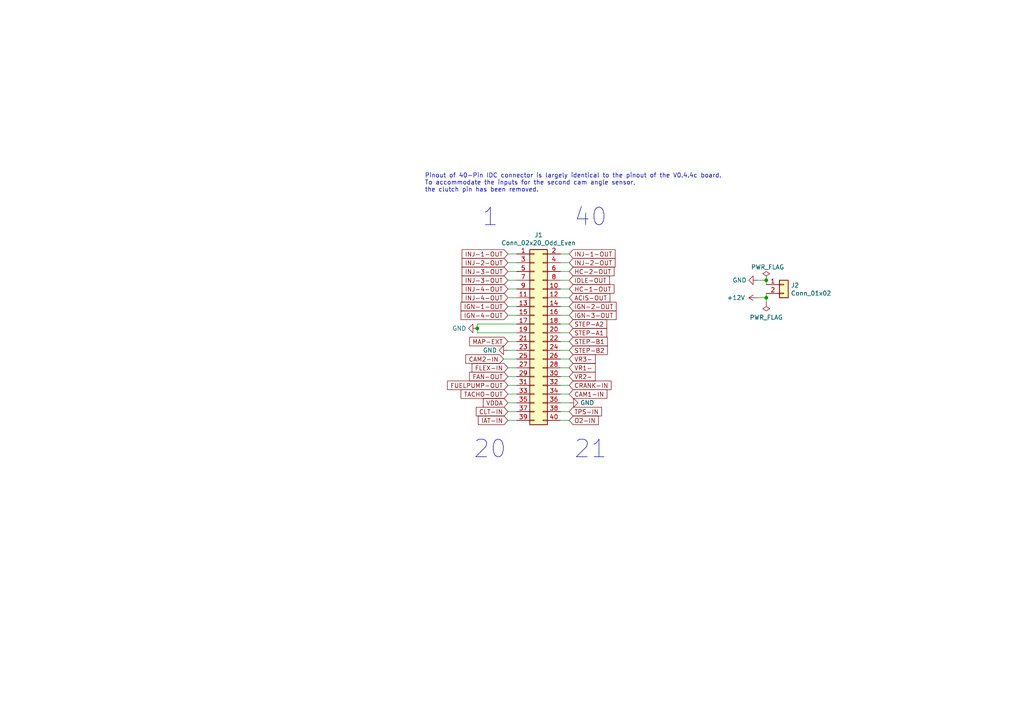
<source format=kicad_sch>
(kicad_sch (version 20211123) (generator eeschema)
  (paper "A4")
  (title_block (title "Speeduino board for Teensy 4.1") (date "2023-01-07") (rev "6") (company "Fontys Eindhoven EXPO group 13 || Speeduino") (comment 1 "Adapted from Speeduino V0.4.4c board"))
  (lib_symbols
    (symbol "Connector_Generic:Conn_01x02" (pin_names (offset 1.016) hide)
      (property "Reference" "J" (at 0 2.54 0))
      (property "Value" "Conn_01x02" (at 0 -5.08 0))
      (symbol "Conn_01x02_1_1"
        (rectangle (start -1.27 -2.413) (end 0 -2.667) (stroke (width 0.1524)))
        (rectangle (start -1.27 0.127) (end 0 -0.127) (stroke (width 0.1524)))
        (rectangle (start -1.27 1.27) (end 1.27 -3.81) (stroke (width 0.254)) (fill (type background)))
        (pin passive line (at -5.08 0 0) (length 3.81) (name "Pin_1") (number "1"))
        (pin passive line (at -5.08 -2.54 0) (length 3.81) (name "Pin_2") (number "2"))
      )
    )
    (symbol "Connector_Generic:Conn_02x20_Odd_Even" (pin_names (offset 1.016) hide)
      (property "Reference" "J" (at 1.27 25.4 0))
      (property "Value" "Conn_02x20_Odd_Even" (at 1.27 -27.94 0))
      (symbol "Conn_02x20_Odd_Even_1_1"
        (rectangle (start -1.27 -25.273) (end 0 -25.527) (stroke (width 0.1524)))
        (rectangle (start -1.27 -22.733) (end 0 -22.987) (stroke (width 0.1524)))
        (rectangle (start -1.27 -20.193) (end 0 -20.447) (stroke (width 0.1524)))
        (rectangle (start -1.27 -17.653) (end 0 -17.907) (stroke (width 0.1524)))
        (rectangle (start -1.27 -15.113) (end 0 -15.367) (stroke (width 0.1524)))
        (rectangle (start -1.27 -12.573) (end 0 -12.827) (stroke (width 0.1524)))
        (rectangle (start -1.27 -10.033) (end 0 -10.287) (stroke (width 0.1524)))
        (rectangle (start -1.27 -7.493) (end 0 -7.747) (stroke (width 0.1524)))
        (rectangle (start -1.27 -4.953) (end 0 -5.207) (stroke (width 0.1524)))
        (rectangle (start -1.27 -2.413) (end 0 -2.667) (stroke (width 0.1524)))
        (rectangle (start -1.27 0.127) (end 0 -0.127) (stroke (width 0.1524)))
        (rectangle (start -1.27 2.667) (end 0 2.413) (stroke (width 0.1524)))
        (rectangle (start -1.27 5.207) (end 0 4.953) (stroke (width 0.1524)))
        (rectangle (start -1.27 7.747) (end 0 7.493) (stroke (width 0.1524)))
        (rectangle (start -1.27 10.287) (end 0 10.033) (stroke (width 0.1524)))
        (rectangle (start -1.27 12.827) (end 0 12.573) (stroke (width 0.1524)))
        (rectangle (start -1.27 15.367) (end 0 15.113) (stroke (width 0.1524)))
        (rectangle (start -1.27 17.907) (end 0 17.653) (stroke (width 0.1524)))
        (rectangle (start -1.27 20.447) (end 0 20.193) (stroke (width 0.1524)))
        (rectangle (start -1.27 22.987) (end 0 22.733) (stroke (width 0.1524)))
        (rectangle (start -1.27 24.13) (end 3.81 -26.67) (stroke (width 0.254)) (fill (type background)))
        (rectangle (start 3.81 -25.273) (end 2.54 -25.527) (stroke (width 0.1524)))
        (rectangle (start 3.81 -22.733) (end 2.54 -22.987) (stroke (width 0.1524)))
        (rectangle (start 3.81 -20.193) (end 2.54 -20.447) (stroke (width 0.1524)))
        (rectangle (start 3.81 -17.653) (end 2.54 -17.907) (stroke (width 0.1524)))
        (rectangle (start 3.81 -15.113) (end 2.54 -15.367) (stroke (width 0.1524)))
        (rectangle (start 3.81 -12.573) (end 2.54 -12.827) (stroke (width 0.1524)))
        (rectangle (start 3.81 -10.033) (end 2.54 -10.287) (stroke (width 0.1524)))
        (rectangle (start 3.81 -7.493) (end 2.54 -7.747) (stroke (width 0.1524)))
        (rectangle (start 3.81 -4.953) (end 2.54 -5.207) (stroke (width 0.1524)))
        (rectangle (start 3.81 -2.413) (end 2.54 -2.667) (stroke (width 0.1524)))
        (rectangle (start 3.81 0.127) (end 2.54 -0.127) (stroke (width 0.1524)))
        (rectangle (start 3.81 2.667) (end 2.54 2.413) (stroke (width 0.1524)))
        (rectangle (start 3.81 5.207) (end 2.54 4.953) (stroke (width 0.1524)))
        (rectangle (start 3.81 7.747) (end 2.54 7.493) (stroke (width 0.1524)))
        (rectangle (start 3.81 10.287) (end 2.54 10.033) (stroke (width 0.1524)))
        (rectangle (start 3.81 12.827) (end 2.54 12.573) (stroke (width 0.1524)))
        (rectangle (start 3.81 15.367) (end 2.54 15.113) (stroke (width 0.1524)))
        (rectangle (start 3.81 17.907) (end 2.54 17.653) (stroke (width 0.1524)))
        (rectangle (start 3.81 20.447) (end 2.54 20.193) (stroke (width 0.1524)))
        (rectangle (start 3.81 22.987) (end 2.54 22.733) (stroke (width 0.1524)))
        (pin passive line (at -5.08 22.86 0) (length 3.81) (name "Pin_1") (number "1"))
        (pin passive line (at 7.62 12.7 180) (length 3.81) (name "Pin_10") (number "10"))
        (pin passive line (at -5.08 10.16 0) (length 3.81) (name "Pin_11") (number "11"))
        (pin passive line (at 7.62 10.16 180) (length 3.81) (name "Pin_12") (number "12"))
        (pin passive line (at -5.08 7.62 0) (length 3.81) (name "Pin_13") (number "13"))
        (pin passive line (at 7.62 7.62 180) (length 3.81) (name "Pin_14") (number "14"))
        (pin passive line (at -5.08 5.08 0) (length 3.81) (name "Pin_15") (number "15"))
        (pin passive line (at 7.62 5.08 180) (length 3.81) (name "Pin_16") (number "16"))
        (pin passive line (at -5.08 2.54 0) (length 3.81) (name "Pin_17") (number "17"))
        (pin passive line (at 7.62 2.54 180) (length 3.81) (name "Pin_18") (number "18"))
        (pin passive line (at -5.08 0 0) (length 3.81) (name "Pin_19") (number "19"))
        (pin passive line (at 7.62 22.86 180) (length 3.81) (name "Pin_2") (number "2"))
        (pin passive line (at 7.62 0 180) (length 3.81) (name "Pin_20") (number "20"))
        (pin passive line (at -5.08 -2.54 0) (length 3.81) (name "Pin_21") (number "21"))
        (pin passive line (at 7.62 -2.54 180) (length 3.81) (name "Pin_22") (number "22"))
        (pin passive line (at -5.08 -5.08 0) (length 3.81) (name "Pin_23") (number "23"))
        (pin passive line (at 7.62 -5.08 180) (length 3.81) (name "Pin_24") (number "24"))
        (pin passive line (at -5.08 -7.62 0) (length 3.81) (name "Pin_25") (number "25"))
        (pin passive line (at 7.62 -7.62 180) (length 3.81) (name "Pin_26") (number "26"))
        (pin passive line (at -5.08 -10.16 0) (length 3.81) (name "Pin_27") (number "27"))
        (pin passive line (at 7.62 -10.16 180) (length 3.81) (name "Pin_28") (number "28"))
        (pin passive line (at -5.08 -12.7 0) (length 3.81) (name "Pin_29") (number "29"))
        (pin passive line (at -5.08 20.32 0) (length 3.81) (name "Pin_3") (number "3"))
        (pin passive line (at 7.62 -12.7 180) (length 3.81) (name "Pin_30") (number "30"))
        (pin passive line (at -5.08 -15.24 0) (length 3.81) (name "Pin_31") (number "31"))
        (pin passive line (at 7.62 -15.24 180) (length 3.81) (name "Pin_32") (number "32"))
        (pin passive line (at -5.08 -17.78 0) (length 3.81) (name "Pin_33") (number "33"))
        (pin passive line (at 7.62 -17.78 180) (length 3.81) (name "Pin_34") (number "34"))
        (pin passive line (at -5.08 -20.32 0) (length 3.81) (name "Pin_35") (number "35"))
        (pin passive line (at 7.62 -20.32 180) (length 3.81) (name "Pin_36") (number "36"))
        (pin passive line (at -5.08 -22.86 0) (length 3.81) (name "Pin_37") (number "37"))
        (pin passive line (at 7.62 -22.86 180) (length 3.81) (name "Pin_38") (number "38"))
        (pin passive line (at -5.08 -25.4 0) (length 3.81) (name "Pin_39") (number "39"))
        (pin passive line (at 7.62 20.32 180) (length 3.81) (name "Pin_4") (number "4"))
        (pin passive line (at 7.62 -25.4 180) (length 3.81) (name "Pin_40") (number "40"))
        (pin passive line (at -5.08 17.78 0) (length 3.81) (name "Pin_5") (number "5"))
        (pin passive line (at 7.62 17.78 180) (length 3.81) (name "Pin_6") (number "6"))
        (pin passive line (at -5.08 15.24 0) (length 3.81) (name "Pin_7") (number "7"))
        (pin passive line (at 7.62 15.24 180) (length 3.81) (name "Pin_8") (number "8"))
        (pin passive line (at -5.08 12.7 0) (length 3.81) (name "Pin_9") (number "9"))
      )
    )
    (symbol "power:+12V" (power) (pin_names (offset 0))
      (property "Value" "+12V" (at 0 3.556 0))
      (symbol "+12V_0_1"
        (polyline (pts (xy -0.762 1.27) (xy 0 2.54)))
        (polyline (pts (xy 0 0) (xy 0 2.54)))
        (polyline (pts (xy 0 2.54) (xy 0.762 1.27)))
      )
      (symbol "+12V_1_1"
        (pin power_in line (at 0 0 90) (length 0) hide (name "+12V") (number "1"))
      )
    )
    (symbol "power:GND" (power) (pin_names (offset 0))
      (property "Value" "GND" (at 0 -3.81 0))
      (symbol "GND_0_1"
        (polyline (pts (xy 0 0) (xy 0 -1.27) (xy 1.27 -1.27) (xy 0 -2.54) (xy -1.27 -1.27) (xy 0 -1.27)))
      )
      (symbol "GND_1_1"
        (pin power_in line (at 0 0 270) (length 0) hide (name "GND") (number "1"))
      )
    )
    (symbol "power:PWR_FLAG" (power) (pin_numbers hide) (pin_names (offset 0) hide)
      (property "Value" "PWR_FLAG" (at 0 3.81 0))
      (symbol "PWR_FLAG_0_0"
        (pin power_out line (at 0 0 90) (length 0) (name "pwr") (number "1"))
      )
      (symbol "PWR_FLAG_0_1"
        (polyline (pts (xy 0 0) (xy 0 1.27) (xy -1.016 1.905) (xy 0 2.54) (xy 1.016 1.905) (xy 0 1.27)))
      )
    )
  )
  (junction (at 222.25 81.28))
  (junction (at 138.43 95.25))
  (junction (at 222.25 86.36))
  (wire (pts (xy 165.1 88.9) (xy 162.56 88.9)))
  (wire (pts (xy 147.32 73.66) (xy 149.86 73.66)))
  (wire (pts (xy 162.56 106.68) (xy 165.1 106.68)))
  (wire (pts (xy 147.32 106.68) (xy 149.86 106.68)))
  (wire (pts (xy 147.32 111.76) (xy 149.86 111.76)))
  (wire (pts (xy 165.1 76.2) (xy 162.56 76.2)))
  (wire (pts (xy 222.25 86.36) (xy 222.25 87.63)))
  (wire (pts (xy 165.1 109.22) (xy 162.56 109.22)))
  (wire (pts (xy 219.71 86.36) (xy 222.25 86.36)))
  (wire (pts (xy 165.1 114.3) (xy 162.56 114.3)))
  (wire (pts (xy 138.43 93.98) (xy 138.43 95.25)))
  (wire (pts (xy 147.32 114.3) (xy 149.86 114.3)))
  (wire (pts (xy 147.32 121.92) (xy 149.86 121.92)))
  (wire (pts (xy 162.56 101.6) (xy 165.1 101.6)))
  (wire (pts (xy 222.25 86.36) (xy 222.25 85.09)))
  (wire (pts (xy 222.25 81.28) (xy 222.25 82.55)))
  (wire (pts (xy 162.56 116.84) (xy 165.1 116.84)))
  (wire (pts (xy 147.32 88.9) (xy 149.86 88.9)))
  (wire (pts (xy 146.05 104.14) (xy 149.86 104.14)))
  (wire (pts (xy 147.32 116.84) (xy 149.86 116.84)))
  (wire (pts (xy 162.56 81.28) (xy 165.1 81.28)))
  (wire (pts (xy 165.1 104.14) (xy 162.56 104.14)))
  (wire (pts (xy 219.71 81.28) (xy 222.25 81.28)))
  (wire (pts (xy 165.1 99.06) (xy 162.56 99.06)))
  (wire (pts (xy 149.86 86.36) (xy 147.32 86.36)))
  (wire (pts (xy 165.1 93.98) (xy 162.56 93.98)))
  (wire (pts (xy 147.32 99.06) (xy 149.86 99.06)))
  (wire (pts (xy 138.43 95.25) (xy 138.43 96.52)))
  (wire (pts (xy 149.86 93.98) (xy 138.43 93.98)))
  (wire (pts (xy 147.32 109.22) (xy 149.86 109.22)))
  (wire (pts (xy 149.86 76.2) (xy 147.32 76.2)))
  (wire (pts (xy 162.56 78.74) (xy 165.1 78.74)))
  (wire (pts (xy 147.32 83.82) (xy 149.86 83.82)))
  (wire (pts (xy 147.32 101.6) (xy 149.86 101.6)))
  (wire (pts (xy 162.56 121.92) (xy 165.1 121.92)))
  (wire (pts (xy 149.86 91.44) (xy 147.32 91.44)))
  (wire (pts (xy 162.56 91.44) (xy 165.1 91.44)))
  (wire (pts (xy 165.1 86.36) (xy 162.56 86.36)))
  (wire (pts (xy 149.86 96.52) (xy 138.43 96.52)))
  (wire (pts (xy 149.86 81.28) (xy 147.32 81.28)))
  (wire (pts (xy 165.1 83.82) (xy 162.56 83.82)))
  (wire (pts (xy 147.32 78.74) (xy 149.86 78.74)))
  (wire (pts (xy 162.56 96.52) (xy 165.1 96.52)))
  (wire (pts (xy 149.86 119.38) (xy 147.32 119.38)))
  (wire (pts (xy 162.56 111.76) (xy 165.1 111.76)))
  (wire (pts (xy 162.56 73.66) (xy 165.1 73.66)))
  (wire (pts (xy 165.1 119.38) (xy 162.56 119.38)))
  (text "20" (at 137.16 133.35 0) (effects (font (size 5.08 5.08)) (justify left bottom)))
  (text "40" (at 166.37 66.04 0) (effects (font (size 5.08 5.08)) (justify left bottom)))
  (text "1" (at 139.7 66.04 0) (effects (font (size 5.08 5.08)) (justify left bottom)))
  (text "21" (at 166.37 133.35 0) (effects (font (size 5.08 5.08)) (justify left bottom)))
  (text "Pinout of 40-Pin IDC connector is largely identical to the pinout of the V0.4.4c board.\nTo accommodate the inputs for the second cam angle sensor,\nthe clutch pin has been removed." (at 123.19 55.88 0) (effects (font (size 1.27 1.27)) (justify left bottom)))
  (global_label "O2-IN" (shape input) (at 165.1 121.92 0) (property "Intersheet References" "${INTERSHEET_REFS}" (effects hide)))
  (global_label "INJ-3-OUT" (shape input) (at 147.32 81.28 180) (property "Intersheet References" "${INTERSHEET_REFS}" (effects hide)))
  (global_label "CAM2-IN" (shape input) (at 146.05 104.14 180) (property "Intersheet References" "${INTERSHEET_REFS}" (effects hide)))
  (global_label "INJ-3-OUT" (shape input) (at 147.32 78.74 180) (property "Intersheet References" "${INTERSHEET_REFS}" (effects hide)))
  (global_label "IGN-3-OUT" (shape input) (at 165.1 91.44 0) (property "Intersheet References" "${INTERSHEET_REFS}" (effects hide)))
  (global_label "CAM1-IN" (shape input) (at 165.1 114.3 0) (property "Intersheet References" "${INTERSHEET_REFS}" (effects hide)))
  (global_label "IGN-1-OUT" (shape input) (at 147.32 88.9 180) (property "Intersheet References" "${INTERSHEET_REFS}" (effects hide)))
  (global_label "IGN-4-OUT" (shape input) (at 147.32 91.44 180) (property "Intersheet References" "${INTERSHEET_REFS}" (effects hide)))
  (global_label "CRANK-IN" (shape input) (at 165.1 111.76 0) (property "Intersheet References" "${INTERSHEET_REFS}" (effects hide)))
  (global_label "INJ-1-OUT" (shape input) (at 147.32 73.66 180) (property "Intersheet References" "${INTERSHEET_REFS}" (effects hide)))
  (global_label "IAT-IN" (shape input) (at 147.32 121.92 180) (property "Intersheet References" "${INTERSHEET_REFS}" (effects hide)))
  (global_label "STEP-A1" (shape input) (at 165.1 96.52 0) (property "Intersheet References" "${INTERSHEET_REFS}" (effects hide)))
  (global_label "MAP-EXT" (shape input) (at 147.32 99.06 180) (property "Intersheet References" "${INTERSHEET_REFS}" (effects hide)))
  (global_label "INJ-2-OUT" (shape input) (at 165.1 76.2 0) (property "Intersheet References" "${INTERSHEET_REFS}" (effects hide)))
  (global_label "VR2-" (shape input) (at 165.1 109.22 0) (property "Intersheet References" "${INTERSHEET_REFS}" (effects hide)))
  (global_label "VDDA" (shape input) (at 147.32 116.84 180) (property "Intersheet References" "${INTERSHEET_REFS}" (effects hide)))
  (global_label "INJ-4-OUT" (shape input) (at 147.32 83.82 180) (property "Intersheet References" "${INTERSHEET_REFS}" (effects hide)))
  (global_label "IGN-2-OUT" (shape input) (at 165.1 88.9 0) (property "Intersheet References" "${INTERSHEET_REFS}" (effects hide)))
  (global_label "HC-2-OUT" (shape input) (at 165.1 78.74 0) (property "Intersheet References" "${INTERSHEET_REFS}" (effects hide)))
  (global_label "STEP-B1" (shape input) (at 165.1 99.06 0) (property "Intersheet References" "${INTERSHEET_REFS}" (effects hide)))
  (global_label "STEP-A2" (shape input) (at 165.1 93.98 0) (property "Intersheet References" "${INTERSHEET_REFS}" (effects hide)))
  (global_label "HC-1-OUT" (shape input) (at 165.1 83.82 0) (property "Intersheet References" "${INTERSHEET_REFS}" (effects hide)))
  (global_label "INJ-4-OUT" (shape input) (at 147.32 86.36 180) (property "Intersheet References" "${INTERSHEET_REFS}" (effects hide)))
  (global_label "TPS-IN" (shape input) (at 165.1 119.38 0) (property "Intersheet References" "${INTERSHEET_REFS}" (effects hide)))
  (global_label "STEP-B2" (shape input) (at 165.1 101.6 0) (property "Intersheet References" "${INTERSHEET_REFS}" (effects hide)))
  (global_label "TACHO-OUT" (shape input) (at 147.32 114.3 180) (property "Intersheet References" "${INTERSHEET_REFS}" (effects hide)))
  (global_label "IDLE-OUT" (shape input) (at 165.1 81.28 0) (property "Intersheet References" "${INTERSHEET_REFS}" (effects hide)))
  (global_label "ACIS-OUT" (shape input) (at 165.1 86.36 0) (property "Intersheet References" "${INTERSHEET_REFS}" (effects hide)))
  (global_label "INJ-1-OUT" (shape input) (at 165.1 73.66 0) (property "Intersheet References" "${INTERSHEET_REFS}" (effects hide)))
  (global_label "VR1-" (shape input) (at 165.1 106.68 0) (property "Intersheet References" "${INTERSHEET_REFS}" (effects hide)))
  (global_label "FLEX-IN" (shape input) (at 147.32 106.68 180) (property "Intersheet References" "${INTERSHEET_REFS}" (effects hide)))
  (global_label "VR3-" (shape input) (at 165.1 104.14 0) (property "Intersheet References" "${INTERSHEET_REFS}" (effects hide)))
  (global_label "FUELPUMP-OUT" (shape input) (at 147.32 111.76 180) (property "Intersheet References" "${INTERSHEET_REFS}" (effects hide)))
  (global_label "INJ-2-OUT" (shape input) (at 147.32 76.2 180) (property "Intersheet References" "${INTERSHEET_REFS}" (effects hide)))
  (global_label "CLT-IN" (shape input) (at 147.32 119.38 180) (property "Intersheet References" "${INTERSHEET_REFS}" (effects hide)))
  (global_label "FAN-OUT" (shape input) (at 147.32 109.22 180) (property "Intersheet References" "${INTERSHEET_REFS}" (effects hide)))
  (symbol (lib_id "Connector_Generic:Conn_02x20_Odd_Even") (at 154.94 96.52 0) (unit 1)
    (property "Reference" "J1" (at 156.21 68.1482 0))
    (property "Value" "Conn_02x20_Odd_Even" (at 156.21 70.4596 0))
    (property "Footprint" "Connector_IDC:IDC-Header_2x20_P2.54mm_Vertical" (effects hide))
  )
  (symbol (lib_id "Connector_Generic:Conn_01x02") (at 227.33 82.55 0) (unit 1)
    (property "Reference" "J2" (at 229.362 82.7532 0) (effects (justify left)))
    (property "Value" "Conn_01x02" (at 229.362 85.0646 0) (effects (justify left)))
    (property "Footprint" "TerminalBlock_Phoenix:TerminalBlock_Phoenix_MKDS-1,5-2-5.08_1x02_P5.08mm_Horizontal" (effects hide))
    (property "Manufacturer_Name" "Weidmüller" (effects hide))
    (property "Manufacturer_Part_Number" "PM5.08/2/90 BLK" (effects hide))
  )
  (symbol (lib_id "power:GND") (at 165.1 116.84 90) (unit 1)
    (property "Reference" "#PWR0164" (effects hide))
    (property "Value" "GND" (at 168.275 116.84 90) (effects (justify right)))
  )
  (symbol (lib_id "power:PWR_FLAG") (at 222.25 87.63 180) (unit 1)
    (property "Reference" "#FLG0105" (effects hide))
    (property "Value" "PWR_FLAG" (at 222.25 92.0734 0))
  )
  (symbol (lib_id "power:PWR_FLAG") (at 222.25 81.28 0) (unit 1)
    (property "Reference" "#FLG0106" (effects hide))
    (property "Value" "PWR_FLAG" (at 217.805 77.47 0) (effects (justify left)))
  )
  (symbol (lib_id "power:GND") (at 147.32 101.6 270) (unit 1)
    (property "Reference" "#PWR0167" (effects hide))
    (property "Value" "GND" (at 144.145 101.6 90) (effects (justify right)))
  )
  (symbol (lib_id "power:GND") (at 138.43 95.25 270) (unit 1)
    (property "Reference" "#PWR0165" (effects hide))
    (property "Value" "GND" (at 135.255 95.25 90) (effects (justify right)))
  )
  (symbol (lib_id "power:+12V") (at 219.71 86.36 90) (unit 1)
    (property "Reference" "#PWR0163" (effects hide))
    (property "Value" "+12V" (at 210.82 86.36 90) (effects (justify right)))
  )
  (symbol (lib_id "power:GND") (at 219.71 81.28 270) (unit 1)
    (property "Reference" "#PWR0162" (effects hide))
    (property "Value" "GND" (at 216.535 81.28 90) (effects (justify right)))
  )
)
</source>
